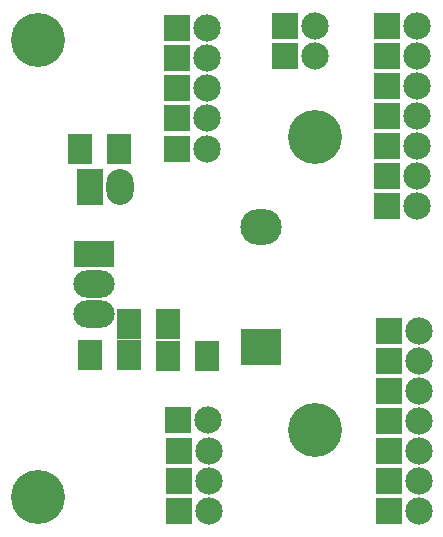
<source format=gbs>
G04 (created by PCBNEW-RS274X (2011-07-08 BZR 3044)-stable) date 2012-09-13 22:15:06*
G01*
G70*
G90*
%MOIN*%
G04 Gerber Fmt 3.4, Leading zero omitted, Abs format*
%FSLAX34Y34*%
G04 APERTURE LIST*
%ADD10C,0.006000*%
%ADD11O,0.138100X0.090900*%
%ADD12R,0.138100X0.090900*%
%ADD13R,0.080000X0.100000*%
%ADD14R,0.138100X0.120000*%
%ADD15O,0.138100X0.120000*%
%ADD16R,0.090900X0.120000*%
%ADD17O,0.090900X0.120000*%
%ADD18C,0.180000*%
%ADD19R,0.090900X0.090900*%
%ADD20C,0.090900*%
G04 APERTURE END LIST*
G54D10*
G54D11*
X40116Y-34156D03*
X40116Y-33156D03*
G54D12*
X40116Y-32156D03*
G54D13*
X40968Y-28632D03*
X39668Y-28632D03*
X43894Y-35564D03*
X42594Y-35564D03*
G54D14*
X45686Y-35254D03*
G54D15*
X45686Y-31254D03*
G54D16*
X39986Y-29926D03*
G54D17*
X40986Y-29926D03*
G54D13*
X39996Y-35530D03*
X41296Y-35530D03*
X42584Y-34474D03*
X41284Y-34474D03*
G54D18*
X47500Y-38000D03*
X38250Y-25000D03*
X38250Y-40250D03*
X47500Y-28250D03*
G54D19*
X42942Y-37674D03*
G54D20*
X43942Y-37674D03*
G54D19*
X42898Y-28632D03*
G54D20*
X43898Y-28632D03*
G54D19*
X46500Y-25550D03*
G54D20*
X47500Y-25550D03*
G54D19*
X46500Y-24550D03*
G54D20*
X47500Y-24550D03*
G54D19*
X49950Y-40700D03*
G54D20*
X50950Y-40700D03*
G54D19*
X49950Y-39700D03*
G54D20*
X50950Y-39700D03*
G54D19*
X49950Y-38700D03*
G54D20*
X50950Y-38700D03*
G54D19*
X49950Y-37700D03*
G54D20*
X50950Y-37700D03*
G54D19*
X49950Y-36700D03*
G54D20*
X50950Y-36700D03*
G54D19*
X49950Y-35700D03*
G54D20*
X50950Y-35700D03*
G54D19*
X49950Y-34700D03*
G54D20*
X50950Y-34700D03*
G54D19*
X42900Y-27600D03*
G54D20*
X43900Y-27600D03*
G54D19*
X42900Y-26600D03*
G54D20*
X43900Y-26600D03*
G54D19*
X42900Y-25600D03*
G54D20*
X43900Y-25600D03*
G54D19*
X42900Y-24600D03*
G54D20*
X43900Y-24600D03*
G54D19*
X49900Y-30550D03*
G54D20*
X50900Y-30550D03*
G54D19*
X49900Y-29550D03*
G54D20*
X50900Y-29550D03*
G54D19*
X49900Y-28550D03*
G54D20*
X50900Y-28550D03*
G54D19*
X49900Y-27550D03*
G54D20*
X50900Y-27550D03*
G54D19*
X49900Y-26550D03*
G54D20*
X50900Y-26550D03*
G54D19*
X49900Y-25550D03*
G54D20*
X50900Y-25550D03*
G54D19*
X49900Y-24550D03*
G54D20*
X50900Y-24550D03*
G54D19*
X42950Y-39700D03*
G54D20*
X43950Y-39700D03*
G54D19*
X42950Y-40700D03*
G54D20*
X43950Y-40700D03*
G54D19*
X42950Y-38700D03*
G54D20*
X43950Y-38700D03*
M02*

</source>
